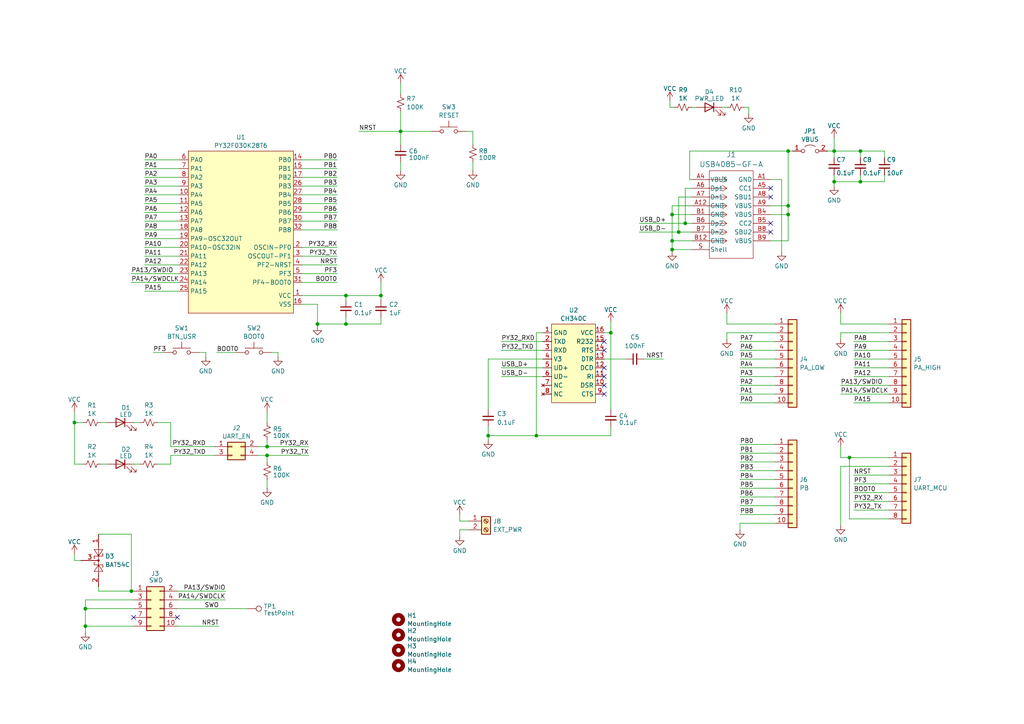
<source format=kicad_sch>
(kicad_sch (version 20230121) (generator eeschema)
  (paper "A4")
  (lib_symbols
    (symbol "Connector:Screw_Terminal_01x02" (pin_names (offset 1.016) hide)
      (property "Reference" "J" (at 0 2.54 0))
      (property "Value" "Screw_Terminal_01x02" (at 0 -5.08 0))
      (symbol "Screw_Terminal_01x02_1_1"
        (pin passive line (at -5.08 0 0) (length 3.81) (name "Pin_1") (number "1"))
        (pin passive line (at -5.08 -2.54 0) (length 3.81) (name "Pin_2") (number "2"))
      )
    )
    (symbol "Connector:TestPoint" (pin_numbers hide) (pin_names (offset 0.762) hide)
      (property "Reference" "TP" (at 0 6.858 0))
      (property "Value" "TestPoint" (at 0 5.08 0))
      (symbol "TestPoint_1_1"
        (pin passive line (at 0 0 90) (length 2.54) (name "1") (number "1"))
      )
    )
    (symbol "Connector_Generic:Conn_01x08" (pin_names (offset 1.016) hide)
      (property "Reference" "J" (at 0 10.16 0))
      (property "Value" "Conn_01x08" (at 0 -12.7 0))
      (symbol "Conn_01x08_1_1"
        (pin passive line (at -5.08 7.62 0) (length 3.81) (name "Pin_1") (number "1"))
        (pin passive line (at -5.08 5.08 0) (length 3.81) (name "Pin_2") (number "2"))
        (pin passive line (at -5.08 2.54 0) (length 3.81) (name "Pin_3") (number "3"))
        (pin passive line (at -5.08 0 0) (length 3.81) (name "Pin_4") (number "4"))
        (pin passive line (at -5.08 -2.54 0) (length 3.81) (name "Pin_5") (number "5"))
        (pin passive line (at -5.08 -5.08 0) (length 3.81) (name "Pin_6") (number "6"))
        (pin passive line (at -5.08 -7.62 0) (length 3.81) (name "Pin_7") (number "7"))
        (pin passive line (at -5.08 -10.16 0) (length 3.81) (name "Pin_8") (number "8"))
      )
    )
    (symbol "Connector_Generic:Conn_01x10" (pin_names (offset 1.016) hide)
      (property "Reference" "J" (at 0 12.7 0))
      (property "Value" "Conn_01x10" (at 0 -15.24 0))
      (symbol "Conn_01x10_1_1"
        (pin passive line (at -5.08 10.16 0) (length 3.81) (name "Pin_1") (number "1"))
        (pin passive line (at -5.08 -12.7 0) (length 3.81) (name "Pin_10") (number "10"))
        (pin passive line (at -5.08 7.62 0) (length 3.81) (name "Pin_2") (number "2"))
        (pin passive line (at -5.08 5.08 0) (length 3.81) (name "Pin_3") (number "3"))
        (pin passive line (at -5.08 2.54 0) (length 3.81) (name "Pin_4") (number "4"))
        (pin passive line (at -5.08 0 0) (length 3.81) (name "Pin_5") (number "5"))
        (pin passive line (at -5.08 -2.54 0) (length 3.81) (name "Pin_6") (number "6"))
        (pin passive line (at -5.08 -5.08 0) (length 3.81) (name "Pin_7") (number "7"))
        (pin passive line (at -5.08 -7.62 0) (length 3.81) (name "Pin_8") (number "8"))
        (pin passive line (at -5.08 -10.16 0) (length 3.81) (name "Pin_9") (number "9"))
      )
    )
    (symbol "Connector_Generic:Conn_02x02_Odd_Even" (pin_names (offset 1.016) hide)
      (property "Reference" "J" (at 1.27 2.54 0))
      (property "Value" "Conn_02x02_Odd_Even" (at 1.27 -5.08 0))
      (symbol "Conn_02x02_Odd_Even_1_1"
        (pin passive line (at -5.08 0 0) (length 3.81) (name "Pin_1") (number "1"))
        (pin passive line (at 7.62 0 180) (length 3.81) (name "Pin_2") (number "2"))
        (pin passive line (at -5.08 -2.54 0) (length 3.81) (name "Pin_3") (number "3"))
        (pin passive line (at 7.62 -2.54 180) (length 3.81) (name "Pin_4") (number "4"))
      )
    )
    (symbol "Connector_Generic:Conn_02x05_Odd_Even" (pin_names (offset 1.016) hide)
      (property "Reference" "J" (at 1.27 7.62 0))
      (property "Value" "Conn_02x05_Odd_Even" (at 1.27 -7.62 0))
      (symbol "Conn_02x05_Odd_Even_1_1"
        (pin passive line (at -5.08 5.08 0) (length 3.81) (name "Pin_1") (number "1"))
        (pin passive line (at 7.62 -5.08 180) (length 3.81) (name "Pin_10") (number "10"))
        (pin passive line (at 7.62 5.08 180) (length 3.81) (name "Pin_2") (number "2"))
        (pin passive line (at -5.08 2.54 0) (length 3.81) (name "Pin_3") (number "3"))
        (pin passive line (at 7.62 2.54 180) (length 3.81) (name "Pin_4") (number "4"))
        (pin passive line (at -5.08 0 0) (length 3.81) (name "Pin_5") (number "5"))
        (pin passive line (at 7.62 0 180) (length 3.81) (name "Pin_6") (number "6"))
        (pin passive line (at -5.08 -2.54 0) (length 3.81) (name "Pin_7") (number "7"))
        (pin passive line (at 7.62 -2.54 180) (length 3.81) (name "Pin_8") (number "8"))
        (pin passive line (at -5.08 -5.08 0) (length 3.81) (name "Pin_9") (number "9"))
      )
    )
    (symbol "Device:C_Small" (pin_numbers hide) (pin_names (offset 0.254) hide)
      (property "Reference" "C" (at 0.254 1.778 0))
      (property "Value" "C_Small" (at 0.254 -2.032 0))
      (symbol "C_Small_1_1"
        (pin passive line (at 0 2.54 270) (length 2.032) (name "~") (number "1"))
        (pin passive line (at 0 -2.54 90) (length 2.032) (name "~") (number "2"))
      )
    )
    (symbol "Device:LED" (pin_numbers hide) (pin_names (offset 1.016) hide)
      (property "Reference" "D" (at 0 2.54 0))
      (property "Value" "LED" (at 0 -2.54 0))
      (symbol "LED_1_1"
        (pin passive line (at -3.81 0 0) (length 2.54) (name "K") (number "1"))
        (pin passive line (at 3.81 0 180) (length 2.54) (name "A") (number "2"))
      )
    )
    (symbol "Device:R_Small_US" (pin_numbers hide) (pin_names (offset 0.254) hide)
      (property "Reference" "R" (at 0.762 0.508 0))
      (property "Value" "R_Small_US" (at 0.762 -1.016 0))
      (symbol "R_Small_US_1_1"
        (pin passive line (at 0 2.54 270) (length 1.016) (name "~") (number "1"))
        (pin passive line (at 0 -2.54 90) (length 1.016) (name "~") (number "2"))
      )
    )
    (symbol "Diode:BAT54C" (pin_names (offset 1.016))
      (property "Reference" "D" (at 0.635 -3.81 0))
      (property "Value" "BAT54C" (at -6.35 3.175 0))
      (symbol "BAT54C_1_1"
        (pin passive line (at -7.62 0 0) (length 3.81) (name "~") (number "1"))
        (pin passive line (at 7.62 0 180) (length 3.81) (name "~") (number "2"))
        (pin passive line (at 0 -5.08 90) (length 5.08) (name "~") (number "3"))
      )
    )
    (symbol "Jumper:Jumper_2_Open" (pin_names (offset 0) hide)
      (property "Reference" "JP" (at 0 2.794 0))
      (property "Value" "Jumper_2_Open" (at 0 -2.286 0))
      (symbol "Jumper_2_Open_1_1"
        (pin passive line (at -5.08 0 0) (length 2.54) (name "A") (number "1"))
        (pin passive line (at 5.08 0 180) (length 2.54) (name "B") (number "2"))
      )
    )
    (symbol "Mechanical:MountingHole" (pin_names (offset 1.016))
      (property "Reference" "H" (at 0 5.08 0))
      (property "Value" "MountingHole" (at 0 3.175 0))
    )
    (symbol "PY32F030:PY32F030K28T6"
      (property "Reference" "U" (at 0 2.54 0))
      (property "Value" "PY32F030K28T6" (at 0 0 0))
      (symbol "PY32F030K28T6_0_0"
        (pin power_in line (at 17.78 -43.18 180) (length 2.54) (name "VCC") (number "1"))
        (pin bidirectional line (at -17.78 -13.97 0) (length 2.54) (name "PA4") (number "10"))
        (pin bidirectional line (at -17.78 -16.51 0) (length 2.54) (name "PA5") (number "11"))
        (pin bidirectional line (at -17.78 -19.05 0) (length 2.54) (name "PA6") (number "12"))
        (pin bidirectional line (at -17.78 -21.59 0) (length 2.54) (name "PA7") (number "13"))
        (pin bidirectional line (at 17.78 -3.81 180) (length 2.54) (name "PB0") (number "14"))
        (pin bidirectional line (at 17.78 -6.35 180) (length 2.54) (name "PB1") (number "15"))
        (pin power_in line (at 17.78 -45.72 180) (length 2.54) (name "VSS") (number "16"))
        (pin bidirectional line (at 17.78 -8.89 180) (length 2.54) (name "PB2") (number "17"))
        (pin bidirectional line (at -17.78 -24.13 0) (length 2.54) (name "PA8") (number "18"))
        (pin bidirectional line (at -17.78 -26.67 0) (length 2.54) (name "PA9-OSC32OUT") (number "19"))
        (pin bidirectional line (at 17.78 -29.21 180) (length 2.54) (name "OSCIN-PF0") (number "2"))
        (pin bidirectional line (at -17.78 -29.21 0) (length 2.54) (name "PA10-OSC32IN") (number "20"))
        (pin bidirectional line (at -17.78 -31.75 0) (length 2.54) (name "PA11") (number "21"))
        (pin bidirectional line (at -17.78 -34.29 0) (length 2.54) (name "PA12") (number "22"))
        (pin bidirectional line (at -17.78 -36.83 0) (length 2.54) (name "PA13") (number "23"))
        (pin bidirectional line (at -17.78 -39.37 0) (length 2.54) (name "PA14") (number "24"))
        (pin bidirectional line (at -17.78 -41.91 0) (length 2.54) (name "PA15") (number "25"))
        (pin bidirectional line (at 17.78 -11.43 180) (length 2.54) (name "PB3") (number "26"))
        (pin bidirectional line (at 17.78 -13.97 180) (length 2.54) (name "PB4") (number "27"))
        (pin bidirectional line (at 17.78 -16.51 180) (length 2.54) (name "PB5") (number "28"))
        (pin bidirectional line (at 17.78 -19.05 180) (length 2.54) (name "PB6") (number "29"))
        (pin bidirectional line (at 17.78 -31.75 180) (length 2.54) (name "OSCOUT-PF1") (number "3"))
        (pin bidirectional line (at 17.78 -21.59 180) (length 2.54) (name "PB7") (number "30"))
        (pin bidirectional line (at 17.78 -39.37 180) (length 2.54) (name "PF4-BOOT0") (number "31"))
        (pin bidirectional line (at 17.78 -24.13 180) (length 2.54) (name "PB8") (number "32"))
        (pin bidirectional line (at 17.78 -34.29 180) (length 2.54) (name "PF2-NRST") (number "4"))
        (pin bidirectional line (at 17.78 -36.83 180) (length 2.54) (name "PF3") (number "5"))
        (pin bidirectional line (at -17.78 -3.81 0) (length 2.54) (name "PA0") (number "6"))
        (pin bidirectional line (at -17.78 -6.35 0) (length 2.54) (name "PA1") (number "7"))
        (pin bidirectional line (at -17.78 -8.89 0) (length 2.54) (name "PA2") (number "8"))
        (pin bidirectional line (at -17.78 -11.43 0) (length 2.54) (name "PA3") (number "9"))
      )
    )
    (symbol "PuyaPuyo:CH340C"
      (property "Reference" "U" (at 0 2.54 0))
      (property "Value" "CH340C" (at 0 0 0))
      (symbol "CH340C_0_0"
        (pin power_in line (at -8.89 -3.81 0) (length 2.54) (name "GND") (number "1"))
        (pin bidirectional line (at 8.89 -19.05 180) (length 2.54) (name "DSR") (number "10"))
        (pin bidirectional line (at 8.89 -16.51 180) (length 2.54) (name "RI") (number "11"))
        (pin bidirectional line (at 8.89 -13.97 180) (length 2.54) (name "DCD") (number "12"))
        (pin bidirectional line (at 8.89 -11.43 180) (length 2.54) (name "DTR") (number "13"))
        (pin bidirectional line (at 8.89 -8.89 180) (length 2.54) (name "RTS") (number "14"))
        (pin bidirectional line (at 8.89 -6.35 180) (length 2.54) (name "R232") (number "15"))
        (pin power_in line (at 8.89 -3.81 180) (length 2.54) (name "VCC") (number "16"))
        (pin input line (at -8.89 -6.35 0) (length 2.54) (name "TXD") (number "2"))
        (pin input line (at -8.89 -8.89 0) (length 2.54) (name "RXD") (number "3"))
        (pin power_in line (at -8.89 -11.43 0) (length 2.54) (name "V3") (number "4"))
        (pin bidirectional line (at -8.89 -13.97 0) (length 2.54) (name "UD+") (number "5"))
        (pin bidirectional line (at -8.89 -16.51 0) (length 2.54) (name "UD-") (number "6"))
        (pin no_connect line (at -8.89 -19.05 0) (length 2.54) (name "NC") (number "7"))
        (pin no_connect line (at -8.89 -21.59 0) (length 2.54) (name "NC") (number "8"))
        (pin bidirectional line (at 8.89 -21.59 180) (length 2.54) (name "CTS") (number "9"))
      )
    )
    (symbol "PuyaPuyo:USB4085-GF-A" (pin_names (offset 0.254))
      (property "Reference" "J" (at 8.89 6.35 0))
      (property "Value" "USB4085-GF-A" (at 8.89 3.81 0))
      (symbol "USB4085-GF-A_1_1"
        (pin unspecified line (at 22.86 0 180) (length 5.08) (name "GND") (number "A1"))
        (pin unspecified line (at 0 -7.62 0) (length 5.08) (name "GND") (number "A12"))
        (pin unspecified line (at 0 0 0) (length 5.08) (name "VBUS") (number "A4"))
        (pin unspecified line (at 22.86 -2.54 180) (length 5.08) (name "CC1") (number "A5"))
        (pin unspecified line (at 0 -2.54 0) (length 5.08) (name "Dp1") (number "A6"))
        (pin unspecified line (at 0 -5.08 0) (length 5.08) (name "Dn1") (number "A7"))
        (pin unspecified line (at 22.86 -5.08 180) (length 5.08) (name "SBU1") (number "A8"))
        (pin unspecified line (at 22.86 -7.62 180) (length 5.08) (name "VBUS") (number "A9"))
        (pin unspecified line (at 0 -10.16 0) (length 5.08) (name "GND") (number "B1"))
        (pin unspecified line (at 0 -17.78 0) (length 5.08) (name "GND") (number "B12"))
        (pin unspecified line (at 22.86 -10.16 180) (length 5.08) (name "VBUS") (number "B4"))
        (pin unspecified line (at 22.86 -12.7 180) (length 5.08) (name "CC2") (number "B5"))
        (pin unspecified line (at 0 -12.7 0) (length 5.08) (name "Dp2") (number "B6"))
        (pin unspecified line (at 0 -15.24 0) (length 5.08) (name "Dn2") (number "B7"))
        (pin unspecified line (at 22.86 -15.24 180) (length 5.08) (name "SBU2") (number "B8"))
        (pin unspecified line (at 22.86 -17.78 180) (length 5.08) (name "VBUS") (number "B9"))
        (pin unspecified line (at 0 -20.32 0) (length 5.08) (name "Shell") (number "S"))
      )
    )
    (symbol "Switch:SW_Push" (pin_numbers hide) (pin_names (offset 1.016) hide)
      (property "Reference" "SW" (at 1.27 2.54 0))
      (property "Value" "SW_Push" (at 0 -1.524 0))
      (symbol "SW_Push_0_1"
        (pin passive line (at -5.08 0 0) (length 2.54) (name "1") (number "1"))
        (pin passive line (at 5.08 0 180) (length 2.54) (name "2") (number "2"))
      )
    )
    (symbol "power:GND" (power) (pin_names (offset 0))
      (property "Value" "GND" (at 0 -3.81 0))
      (symbol "GND_1_1"
        (pin power_in line (at 0 0 270) (length 0) hide (name "GND") (number "1"))
      )
    )
    (symbol "power:VCC" (power) (pin_names (offset 0))
      (property "Value" "VCC" (at 0 3.81 0))
      (symbol "VCC_1_1"
        (pin power_in line (at 0 0 90) (length 0) hide (name "VCC") (number "1"))
      )
    )
  )
  (junction (at 155.575 126.365))
  (junction (at 249.555 52.705))
  (junction (at 249.555 43.815))
  (junction (at 241.935 43.815))
  (junction (at 110.49 85.725))
  (junction (at 198.755 64.77))
  (junction (at 194.945 69.85))
  (junction (at 77.47 129.54))
  (junction (at 241.935 52.705))
  (junction (at 38.1 171.45))
  (junction (at 228.6 62.23))
  (junction (at 24.765 181.61))
  (junction (at 194.945 62.23))
  (junction (at 141.605 126.365))
  (junction (at 116.205 38.1))
  (junction (at 77.47 132.08))
  (junction (at 100.33 93.98))
  (junction (at 196.85 67.31))
  (junction (at 228.6 59.69))
  (junction (at 246.38 132.715))
  (junction (at 100.33 85.725))
  (junction (at 228.6 43.815))
  (junction (at 177.165 96.52))
  (junction (at 21.59 122.555))
  (junction (at 194.945 72.39))
  (junction (at 92.075 93.98))
  (junction (at 24.765 176.53))
  (no_connect (at 175.26 111.76))
  (no_connect (at 223.52 67.31))
  (no_connect (at 175.26 114.3))
  (no_connect (at 175.26 101.6))
  (no_connect (at 175.26 106.68))
  (no_connect (at 51.435 179.07))
  (no_connect (at 175.26 99.06))
  (no_connect (at 175.26 109.22))
  (no_connect (at 223.52 64.77))
  (no_connect (at 223.52 54.61))
  (no_connect (at 38.735 179.07))
  (no_connect (at 223.52 57.15))
  (wire (pts (xy 62.865 102.235) (xy 68.58 102.235)))
  (wire (pts (xy 224.79 96.52) (xy 210.82 96.52)))
  (wire (pts (xy 51.435 176.53) (xy 71.755 176.53)))
  (wire (pts (xy 116.205 38.1) (xy 116.205 41.91)))
  (wire (pts (xy 21.59 119.38) (xy 21.59 122.555)))
  (wire (pts (xy 224.79 146.685) (xy 214.63 146.685)))
  (wire (pts (xy 141.605 104.14) (xy 141.605 118.745)))
  (wire (pts (xy 52.07 56.515) (xy 41.91 56.515)))
  (wire (pts (xy 110.49 92.075) (xy 110.49 93.98)))
  (wire (pts (xy 87.63 61.595) (xy 97.79 61.595)))
  (wire (pts (xy 29.21 122.555) (xy 31.115 122.555)))
  (wire (pts (xy 224.79 133.985) (xy 214.63 133.985)))
  (wire (pts (xy 195.58 31.115) (xy 194.31 31.115)))
  (wire (pts (xy 257.81 132.715) (xy 246.38 132.715)))
  (wire (pts (xy 228.6 62.23) (xy 228.6 69.85)))
  (wire (pts (xy 223.52 59.69) (xy 228.6 59.69)))
  (wire (pts (xy 249.555 43.815) (xy 256.54 43.815)))
  (wire (pts (xy 141.605 104.14) (xy 157.48 104.14)))
  (wire (pts (xy 257.81 93.98) (xy 243.84 93.98)))
  (wire (pts (xy 224.79 131.445) (xy 214.63 131.445)))
  (wire (pts (xy 198.755 54.61) (xy 198.755 64.77)))
  (wire (pts (xy 110.49 81.915) (xy 110.49 85.725)))
  (wire (pts (xy 52.07 84.455) (xy 41.91 84.455)))
  (wire (pts (xy 200.66 31.115) (xy 201.93 31.115)))
  (wire (pts (xy 133.35 151.13) (xy 133.35 149.225)))
  (wire (pts (xy 87.63 85.725) (xy 100.33 85.725)))
  (wire (pts (xy 49.53 129.54) (xy 49.53 122.555)))
  (wire (pts (xy 49.53 122.555) (xy 45.72 122.555)))
  (wire (pts (xy 257.81 96.52) (xy 243.84 96.52)))
  (wire (pts (xy 155.575 96.52) (xy 155.575 126.365)))
  (wire (pts (xy 24.765 173.99) (xy 24.765 176.53)))
  (wire (pts (xy 116.205 24.13) (xy 116.205 27.305)))
  (wire (pts (xy 21.59 134.62) (xy 21.59 122.555)))
  (wire (pts (xy 78.74 102.235) (xy 80.645 102.235)))
  (wire (pts (xy 226.695 52.07) (xy 226.695 73.025)))
  (wire (pts (xy 185.42 64.77) (xy 198.755 64.77)))
  (wire (pts (xy 224.79 144.145) (xy 214.63 144.145)))
  (wire (pts (xy 194.945 69.85) (xy 194.945 72.39)))
  (wire (pts (xy 200.66 52.07) (xy 200.025 52.07)))
  (wire (pts (xy 224.79 139.065) (xy 214.63 139.065)))
  (wire (pts (xy 224.79 93.98) (xy 210.82 93.98)))
  (wire (pts (xy 241.935 43.815) (xy 241.935 45.72)))
  (wire (pts (xy 145.415 109.22) (xy 157.48 109.22)))
  (wire (pts (xy 241.935 40.005) (xy 241.935 43.815)))
  (wire (pts (xy 24.765 181.61) (xy 38.735 181.61)))
  (wire (pts (xy 29.21 134.62) (xy 31.115 134.62)))
  (wire (pts (xy 24.13 134.62) (xy 21.59 134.62)))
  (wire (pts (xy 200.66 59.69) (xy 194.945 59.69)))
  (wire (pts (xy 247.65 142.875) (xy 257.81 142.875)))
  (wire (pts (xy 243.84 114.3) (xy 257.81 114.3)))
  (wire (pts (xy 28.575 170.18) (xy 28.575 171.45)))
  (wire (pts (xy 100.33 85.725) (xy 100.33 86.995)))
  (wire (pts (xy 135.255 38.1) (xy 137.16 38.1)))
  (wire (pts (xy 200.66 54.61) (xy 198.755 54.61)))
  (wire (pts (xy 141.605 123.825) (xy 141.605 126.365)))
  (wire (pts (xy 229.87 43.815) (xy 228.6 43.815)))
  (wire (pts (xy 257.81 140.335) (xy 247.65 140.335)))
  (wire (pts (xy 87.63 64.135) (xy 97.79 64.135)))
  (wire (pts (xy 135.89 151.13) (xy 133.35 151.13)))
  (wire (pts (xy 104.14 38.1) (xy 116.205 38.1)))
  (wire (pts (xy 87.63 88.265) (xy 92.075 88.265)))
  (wire (pts (xy 224.79 101.6) (xy 214.63 101.6)))
  (wire (pts (xy 200.025 43.815) (xy 200.025 52.07)))
  (wire (pts (xy 246.38 132.715) (xy 243.84 132.715)))
  (wire (pts (xy 77.47 132.08) (xy 89.535 132.08)))
  (wire (pts (xy 243.84 135.255) (xy 243.84 152.4)))
  (wire (pts (xy 137.16 46.99) (xy 137.16 49.53)))
  (wire (pts (xy 100.33 85.725) (xy 110.49 85.725)))
  (wire (pts (xy 52.07 48.895) (xy 41.91 48.895)))
  (wire (pts (xy 87.63 74.295) (xy 97.79 74.295)))
  (wire (pts (xy 228.6 43.815) (xy 200.025 43.815)))
  (wire (pts (xy 257.81 116.84) (xy 247.65 116.84)))
  (wire (pts (xy 74.93 132.08) (xy 77.47 132.08)))
  (wire (pts (xy 57.785 102.235) (xy 59.69 102.235)))
  (wire (pts (xy 257.81 101.6) (xy 247.65 101.6)))
  (wire (pts (xy 249.555 52.705) (xy 241.935 52.705)))
  (wire (pts (xy 52.07 74.295) (xy 41.91 74.295)))
  (wire (pts (xy 194.945 62.23) (xy 194.945 69.85)))
  (wire (pts (xy 24.765 181.61) (xy 24.765 183.515)))
  (wire (pts (xy 52.07 53.975) (xy 41.91 53.975)))
  (wire (pts (xy 52.07 66.675) (xy 41.91 66.675)))
  (wire (pts (xy 100.33 93.98) (xy 92.075 93.98)))
  (wire (pts (xy 141.605 126.365) (xy 155.575 126.365)))
  (wire (pts (xy 224.79 99.06) (xy 214.63 99.06)))
  (wire (pts (xy 256.54 50.8) (xy 256.54 52.705)))
  (wire (pts (xy 224.79 109.22) (xy 214.63 109.22)))
  (wire (pts (xy 87.63 59.055) (xy 97.79 59.055)))
  (wire (pts (xy 116.205 32.385) (xy 116.205 38.1)))
  (wire (pts (xy 194.31 31.115) (xy 194.31 29.21)))
  (wire (pts (xy 177.165 123.825) (xy 177.165 126.365)))
  (wire (pts (xy 77.47 127.635) (xy 77.47 129.54)))
  (wire (pts (xy 49.53 129.54) (xy 62.23 129.54)))
  (wire (pts (xy 209.55 31.115) (xy 210.82 31.115)))
  (wire (pts (xy 228.6 62.23) (xy 228.6 59.69)))
  (wire (pts (xy 186.69 104.14) (xy 192.405 104.14)))
  (wire (pts (xy 38.1 171.45) (xy 38.735 171.45)))
  (wire (pts (xy 224.79 106.68) (xy 214.63 106.68)))
  (wire (pts (xy 194.945 72.39) (xy 194.945 73.025)))
  (wire (pts (xy 52.07 64.135) (xy 41.91 64.135)))
  (wire (pts (xy 137.16 38.1) (xy 137.16 41.91)))
  (wire (pts (xy 145.415 106.68) (xy 157.48 106.68)))
  (wire (pts (xy 200.66 57.15) (xy 196.85 57.15)))
  (wire (pts (xy 175.26 96.52) (xy 177.165 96.52)))
  (wire (pts (xy 224.79 151.765) (xy 214.63 151.765)))
  (wire (pts (xy 133.35 153.67) (xy 133.35 155.575)))
  (wire (pts (xy 38.1 81.915) (xy 52.07 81.915)))
  (wire (pts (xy 243.84 111.76) (xy 257.81 111.76)))
  (wire (pts (xy 257.81 137.795) (xy 247.65 137.795)))
  (wire (pts (xy 157.48 96.52) (xy 155.575 96.52)))
  (wire (pts (xy 194.945 62.23) (xy 200.66 62.23)))
  (wire (pts (xy 217.17 31.115) (xy 217.17 33.02)))
  (wire (pts (xy 210.82 96.52) (xy 210.82 98.425)))
  (wire (pts (xy 210.82 93.98) (xy 210.82 90.805)))
  (wire (pts (xy 257.81 99.06) (xy 247.65 99.06)))
  (wire (pts (xy 257.81 109.22) (xy 247.65 109.22)))
  (wire (pts (xy 177.165 93.345) (xy 177.165 96.52)))
  (wire (pts (xy 63.5 181.61) (xy 51.435 181.61)))
  (wire (pts (xy 87.63 81.915) (xy 97.79 81.915)))
  (wire (pts (xy 224.79 136.525) (xy 214.63 136.525)))
  (wire (pts (xy 28.575 171.45) (xy 38.1 171.45)))
  (wire (pts (xy 87.63 53.975) (xy 97.79 53.975)))
  (wire (pts (xy 257.81 150.495) (xy 246.38 150.495)))
  (wire (pts (xy 74.93 129.54) (xy 77.47 129.54)))
  (wire (pts (xy 224.79 128.905) (xy 214.63 128.905)))
  (wire (pts (xy 38.1 79.375) (xy 52.07 79.375)))
  (wire (pts (xy 110.49 93.98) (xy 100.33 93.98)))
  (wire (pts (xy 77.47 139.065) (xy 77.47 141.605)))
  (wire (pts (xy 87.63 79.375) (xy 97.79 79.375)))
  (wire (pts (xy 38.735 173.99) (xy 24.765 173.99)))
  (wire (pts (xy 249.555 50.8) (xy 249.555 52.705)))
  (wire (pts (xy 77.47 133.985) (xy 77.47 132.08)))
  (wire (pts (xy 110.49 85.725) (xy 110.49 86.995)))
  (wire (pts (xy 77.47 129.54) (xy 89.535 129.54)))
  (wire (pts (xy 52.07 46.355) (xy 41.91 46.355)))
  (wire (pts (xy 223.52 62.23) (xy 228.6 62.23)))
  (wire (pts (xy 224.79 111.76) (xy 214.63 111.76)))
  (wire (pts (xy 24.765 176.53) (xy 38.735 176.53)))
  (wire (pts (xy 24.765 176.53) (xy 24.765 181.61)))
  (wire (pts (xy 52.07 69.215) (xy 41.91 69.215)))
  (wire (pts (xy 243.84 96.52) (xy 243.84 98.425)))
  (wire (pts (xy 52.07 76.835) (xy 41.91 76.835)))
  (wire (pts (xy 243.84 132.715) (xy 243.84 129.54)))
  (wire (pts (xy 145.415 99.06) (xy 157.48 99.06)))
  (wire (pts (xy 224.79 114.3) (xy 214.63 114.3)))
  (wire (pts (xy 215.9 31.115) (xy 217.17 31.115)))
  (wire (pts (xy 52.07 61.595) (xy 41.91 61.595)))
  (wire (pts (xy 116.205 38.1) (xy 125.095 38.1)))
  (wire (pts (xy 38.735 122.555) (xy 40.64 122.555)))
  (wire (pts (xy 194.945 69.85) (xy 200.66 69.85)))
  (wire (pts (xy 49.53 132.08) (xy 62.23 132.08)))
  (wire (pts (xy 246.38 150.495) (xy 246.38 132.715)))
  (wire (pts (xy 198.755 64.77) (xy 200.66 64.77)))
  (wire (pts (xy 240.03 43.815) (xy 241.935 43.815)))
  (wire (pts (xy 87.63 66.675) (xy 97.79 66.675)))
  (wire (pts (xy 52.07 51.435) (xy 41.91 51.435)))
  (wire (pts (xy 200.66 72.39) (xy 194.945 72.39)))
  (wire (pts (xy 87.63 51.435) (xy 97.79 51.435)))
  (wire (pts (xy 177.165 96.52) (xy 177.165 118.745)))
  (wire (pts (xy 256.54 45.72) (xy 256.54 43.815)))
  (wire (pts (xy 87.63 46.355) (xy 97.79 46.355)))
  (wire (pts (xy 224.79 104.14) (xy 214.63 104.14)))
  (wire (pts (xy 44.45 102.235) (xy 47.625 102.235)))
  (wire (pts (xy 241.935 52.705) (xy 241.935 53.975)))
  (wire (pts (xy 214.63 151.765) (xy 214.63 153.67)))
  (wire (pts (xy 224.79 141.605) (xy 214.63 141.605)))
  (wire (pts (xy 155.575 126.365) (xy 177.165 126.365)))
  (wire (pts (xy 257.81 104.14) (xy 247.65 104.14)))
  (wire (pts (xy 224.79 116.84) (xy 214.63 116.84)))
  (wire (pts (xy 21.59 122.555) (xy 24.13 122.555)))
  (wire (pts (xy 247.65 147.955) (xy 257.81 147.955)))
  (wire (pts (xy 223.52 69.85) (xy 228.6 69.85)))
  (wire (pts (xy 257.81 106.68) (xy 247.65 106.68)))
  (wire (pts (xy 51.435 173.99) (xy 65.405 173.99)))
  (wire (pts (xy 23.495 162.56) (xy 21.59 162.56)))
  (wire (pts (xy 247.65 145.415) (xy 257.81 145.415)))
  (wire (pts (xy 77.47 119.38) (xy 77.47 122.555)))
  (wire (pts (xy 196.85 57.15) (xy 196.85 67.31)))
  (wire (pts (xy 21.59 162.56) (xy 21.59 160.655)))
  (wire (pts (xy 256.54 52.705) (xy 249.555 52.705)))
  (wire (pts (xy 241.935 43.815) (xy 249.555 43.815)))
  (wire (pts (xy 51.435 171.45) (xy 65.405 171.45)))
  (wire (pts (xy 87.63 56.515) (xy 97.79 56.515)))
  (wire (pts (xy 194.945 59.69) (xy 194.945 62.23)))
  (wire (pts (xy 80.645 102.235) (xy 80.645 103.505)))
  (wire (pts (xy 175.26 104.14) (xy 181.61 104.14)))
  (wire (pts (xy 59.69 102.235) (xy 59.69 103.505)))
  (wire (pts (xy 38.1 154.94) (xy 38.1 171.45)))
  (wire (pts (xy 52.07 59.055) (xy 41.91 59.055)))
  (wire (pts (xy 141.605 126.365) (xy 141.605 127.635)))
  (wire (pts (xy 116.205 46.99) (xy 116.205 49.53)))
  (wire (pts (xy 249.555 43.815) (xy 249.555 45.72)))
  (wire (pts (xy 87.63 76.835) (xy 97.79 76.835)))
  (wire (pts (xy 243.84 93.98) (xy 243.84 90.805)))
  (wire (pts (xy 49.53 132.08) (xy 49.53 134.62)))
  (wire (pts (xy 100.33 92.075) (xy 100.33 93.98)))
  (wire (pts (xy 224.79 149.225) (xy 214.63 149.225)))
  (wire (pts (xy 52.07 71.755) (xy 41.91 71.755)))
  (wire (pts (xy 228.6 43.815) (xy 228.6 59.69)))
  (wire (pts (xy 92.075 88.265) (xy 92.075 93.98)))
  (wire (pts (xy 196.85 67.31) (xy 200.66 67.31)))
  (wire (pts (xy 49.53 134.62) (xy 45.72 134.62)))
  (wire (pts (xy 28.575 154.94) (xy 38.1 154.94)))
  (wire (pts (xy 185.42 67.31) (xy 196.85 67.31)))
  (wire (pts (xy 87.63 71.755) (xy 97.79 71.755)))
  (wire (pts (xy 223.52 52.07) (xy 226.695 52.07)))
  (wire (pts (xy 38.735 134.62) (xy 40.64 134.62)))
  (wire (pts (xy 87.63 48.895) (xy 97.79 48.895)))
  (wire (pts (xy 92.075 93.98) (xy 92.075 94.615)))
  (wire (pts (xy 135.89 153.67) (xy 133.35 153.67)))
  (wire (pts (xy 257.81 135.255) (xy 243.84 135.255)))
  (wire (pts (xy 145.415 101.6) (xy 157.48 101.6)))
  (wire (pts (xy 241.935 50.8) (xy 241.935 52.705)))
  (label "NRST" (at 192.405 104.14 180))
  (label "PA6" (at 41.91 61.595 0))
  (label "PB7" (at 214.63 146.685 0))
  (label "USB_D+" (at 185.42 64.77 0))
  (label "NRST" (at 104.14 38.1 0))
  (label "PA1" (at 41.91 48.895 0))
  (label "PA4" (at 214.63 106.68 0))
  (label "NRST" (at 63.5 181.61 180))
  (label "PA12" (at 247.65 109.22 0))
  (label "PA7" (at 214.63 99.06 0))
  (label "PB3" (at 214.63 136.525 0))
  (label "PA0" (at 214.63 116.84 0))
  (label "PY32_TX" (at 97.79 74.295 180))
  (label "SWO" (at 63.5 176.53 180))
  (label "PA6" (at 214.63 101.6 0))
  (label "PA14{slash}SWDCLK" (at 65.405 173.99 180))
  (label "PA13{slash}SWDIO" (at 38.1 79.375 0))
  (label "PB0" (at 214.63 128.905 0))
  (label "PA15" (at 41.91 84.455 0))
  (label "PA10" (at 247.65 104.14 0))
  (label "PA0" (at 41.91 46.355 0))
  (label "PA5" (at 214.63 104.14 0))
  (label "PA13{slash}SWDIO" (at 243.84 111.76 0))
  (label "PA3" (at 214.63 109.22 0))
  (label "PA9" (at 41.91 69.215 0))
  (label "PF3" (at 247.65 140.335 0))
  (label "USB_D-" (at 185.42 67.31 0))
  (label "PB2" (at 97.79 51.435 180))
  (label "PA8" (at 247.65 99.06 0))
  (label "PA11" (at 41.91 74.295 0))
  (label "PA14{slash}SWDCLK" (at 38.1 81.915 0))
  (label "NRST" (at 97.79 76.835 180))
  (label "PF3" (at 44.45 102.235 0))
  (label "PA12" (at 41.91 76.835 0))
  (label "PB6" (at 214.63 144.145 0))
  (label "PB1" (at 214.63 131.445 0))
  (label "NRST" (at 247.65 137.795 0))
  (label "PA15" (at 247.65 116.84 0))
  (label "PY32_RXD" (at 145.415 99.06 0))
  (label "PB4" (at 214.63 139.065 0))
  (label "PA2" (at 41.91 51.435 0))
  (label "PY32_TX" (at 247.65 147.955 0))
  (label "PB6" (at 97.79 61.595 180))
  (label "PA5" (at 41.91 59.055 0))
  (label "PA2" (at 214.63 111.76 0))
  (label "USB_D+" (at 145.415 106.68 0))
  (label "PA8" (at 41.91 66.675 0))
  (label "PB4" (at 97.79 56.515 180))
  (label "PB8" (at 97.79 66.675 180))
  (label "PA13{slash}SWDIO" (at 65.405 171.45 180))
  (label "BOOT0" (at 62.865 102.235 0))
  (label "PA1" (at 214.63 114.3 0))
  (label "PY32_RX" (at 247.65 145.415 0))
  (label "PY32_TXD" (at 145.415 101.6 0))
  (label "PB7" (at 97.79 64.135 180))
  (label "PB8" (at 214.63 149.225 0))
  (label "BOOT0" (at 97.79 81.915 180))
  (label "PB2" (at 214.63 133.985 0))
  (label "PY32_TXD" (at 59.69 132.08 180))
  (label "PA11" (at 247.65 106.68 0))
  (label "PB5" (at 214.63 141.605 0))
  (label "PA3" (at 41.91 53.975 0))
  (label "USB_D-" (at 145.415 109.22 0))
  (label "PY32_RX" (at 97.79 71.755 180))
  (label "PY32_TX" (at 89.535 132.08 180))
  (label "PA10" (at 41.91 71.755 0))
  (label "PY32_RX" (at 89.535 129.54 180))
  (label "PB3" (at 97.79 53.975 180))
  (label "PA4" (at 41.91 56.515 0))
  (label "PA9" (at 247.65 101.6 0))
  (label "PB0" (at 97.79 46.355 180))
  (label "PB1" (at 97.79 48.895 180))
  (label "PY32_RXD" (at 59.69 129.54 180))
  (label "PA14{slash}SWDCLK" (at 243.84 114.3 0))
  (label "BOOT0" (at 247.65 142.875 0))
  (label "PA7" (at 41.91 64.135 0))
  (label "PF3" (at 97.79 79.375 180))
  (label "PB5" (at 97.79 59.055 180))
  (symbol (lib_id "Device:C_Small") (at 184.15 104.14 90) (unit 1)
    (property "Reference" "C5" (at 184.1563 97.79 90))
    (property "Value" "100nF" (at 184.1563 100.33 90))
    (property "Footprint" "Capacitor_SMD:C_0805_2012Metric" (effects hide))
  )
  (symbol (lib_id "Device:LED") (at 34.925 134.62 0) (mirror y) (unit 1)
    (property "Reference" "D2" (at 36.5125 130.3401 0))
    (property "Value" "LED" (at 36.5125 132.2611 0))
    (property "Footprint" "LED_SMD:LED_0805_2012Metric_Pad1.15x1.40mm_HandSolder" (effects hide))
  )
  (symbol (lib_id "Device:C_Small") (at 177.165 121.285 0) (unit 1)
    (property "Reference" "C4" (at 179.4891 120.6476 0) (effects (justify left)))
    (property "Value" "0.1uF" (at 179.4891 122.5686 0) (effects (justify left)))
    (property "Footprint" "Capacitor_SMD:C_0805_2012Metric" (effects hide))
  )
  (symbol (lib_id "Connector_Generic:Conn_01x08") (at 262.89 140.335 0) (unit 1)
    (property "Reference" "J7" (at 264.922 139.1229 0) (effects (justify left)))
    (property "Value" "UART_MCU" (at 264.922 141.5471 0) (effects (justify left)))
    (property "Footprint" "Connector_PinSocket_2.54mm:PinSocket_1x08_P2.54mm_Vertical" (effects hide))
  )
  (symbol (lib_id "power:GND") (at 24.765 183.515 0) (unit 1)
    (property "Reference" "#PWR013" (effects hide))
    (property "Value" "GND" (at 24.765 187.6505 0))
  )
  (symbol (lib_id "Device:C_Small") (at 241.935 48.26 0) (unit 1)
    (property "Reference" "C7" (at 242.57 46.355 0) (effects (justify left)))
    (property "Value" "0.1uF" (at 242.57 50.165 0) (effects (justify left)))
    (property "Footprint" "Capacitor_SMD:C_0805_2012Metric" (effects hide))
  )
  (symbol (lib_id "Device:C_Small") (at 141.605 121.285 180) (unit 1)
    (property "Reference" "C3" (at 144.145 120.0086 0) (effects (justify right)))
    (property "Value" "0.1uF" (at 144.145 122.5486 0) (effects (justify right)))
    (property "Footprint" "Capacitor_SMD:C_0805_2012Metric" (effects hide))
  )
  (symbol (lib_id "power:GND") (at 59.69 103.505 0) (unit 1)
    (property "Reference" "#PWR02" (effects hide))
    (property "Value" "GND" (at 59.69 107.6381 0))
  )
  (symbol (lib_id "Switch:SW_Push") (at 130.175 38.1 0) (unit 1)
    (property "Reference" "SW3" (at 130.175 31.0347 0))
    (property "Value" "RESET" (at 130.175 33.4589 0))
    (property "Footprint" "Puya:SW4_PTS815 SJM 250 SMTR LFS_CNK" (effects hide))
  )
  (symbol (lib_id "Connector_Generic:Conn_01x10") (at 229.87 139.065 0) (unit 1)
    (property "Reference" "J6" (at 231.902 139.1229 0) (effects (justify left)))
    (property "Value" "PB" (at 231.902 141.5471 0) (effects (justify left)))
    (property "Footprint" "Connector_PinSocket_2.54mm:PinSocket_1x10_P2.54mm_Vertical" (effects hide))
  )
  (symbol (lib_id "power:GND") (at 210.82 98.425 0) (unit 1)
    (property "Reference" "#PWR017" (effects hide))
    (property "Value" "GND" (at 210.82 102.5605 0))
  )
  (symbol (lib_id "power:GND") (at 243.84 98.425 0) (unit 1)
    (property "Reference" "#PWR026" (effects hide))
    (property "Value" "GND" (at 243.84 102.5605 0))
  )
  (symbol (lib_id "power:VCC") (at 21.59 160.655 0) (unit 1)
    (property "Reference" "#PWR012" (effects hide))
    (property "Value" "VCC" (at 21.59 157.1531 0))
  )
  (symbol (lib_id "Device:R_Small_US") (at 26.67 134.62 270) (unit 1)
    (property "Reference" "R2" (at 26.67 129.5867 90))
    (property "Value" "1K" (at 26.67 132.0109 90))
    (property "Footprint" "Resistor_SMD:R_0805_2012Metric" (effects hide))
  )
  (symbol (lib_id "Connector_Generic:Conn_01x10") (at 262.89 104.14 0) (unit 1)
    (property "Reference" "J5" (at 264.922 104.1979 0) (effects (justify left)))
    (property "Value" "PA_HIGH" (at 264.922 106.6221 0) (effects (justify left)))
    (property "Footprint" "Connector_PinSocket_2.54mm:PinSocket_1x10_P2.54mm_Vertical" (effects hide))
  )
  (symbol (lib_id "Device:C_Small") (at 256.54 48.26 0) (unit 1)
    (property "Reference" "C9" (at 257.175 46.355 0) (effects (justify left)))
    (property "Value" "10uF" (at 257.175 50.165 0) (effects (justify left)))
    (property "Footprint" "Capacitor_SMD:C_0805_2012Metric" (effects hide))
  )
  (symbol (lib_id "Connector_Generic:Conn_02x05_Odd_Even") (at 43.815 176.53 0) (unit 1)
    (property "Reference" "J3" (at 43.815 166.37 0) (effects (justify left)))
    (property "Value" "SWD" (at 43.18 168.275 0) (effects (justify left)))
    (property "Footprint" "Connector_PinHeader_2.54mm:PinHeader_2x05_P2.54mm_Vertical" (effects hide))
  )
  (symbol (lib_id "Device:R_Small_US") (at 43.18 122.555 270) (unit 1)
    (property "Reference" "R3" (at 43.18 117.5217 90))
    (property "Value" "1K" (at 43.18 119.9459 90))
    (property "Footprint" "Resistor_SMD:R_0805_2012Metric" (effects hide))
  )
  (symbol (lib_id "power:GND") (at 243.84 152.4 0) (unit 1)
    (property "Reference" "#PWR025" (effects hide))
    (property "Value" "GND" (at 243.84 156.5355 0))
  )
  (symbol (lib_id "power:GND") (at 194.945 73.025 0) (unit 1)
    (property "Reference" "#PWR020" (effects hide))
    (property "Value" "GND" (at 194.945 77.1605 0))
  )
  (symbol (lib_id "power:VCC") (at 21.59 119.38 0) (unit 1)
    (property "Reference" "#PWR04" (effects hide))
    (property "Value" "VCC" (at 21.59 115.8781 0))
  )
  (symbol (lib_id "Device:LED") (at 34.925 122.555 0) (mirror y) (unit 1)
    (property "Reference" "D1" (at 36.5125 118.2751 0))
    (property "Value" "LED" (at 36.5125 120.1961 0))
    (property "Footprint" "LED_SMD:LED_0805_2012Metric_Pad1.15x1.40mm_HandSolder" (effects hide))
  )
  (symbol (lib_id "power:GND") (at 241.935 53.975 0) (unit 1)
    (property "Reference" "#PWR023" (effects hide))
    (property "Value" "GND" (at 241.935 58.1105 0))
  )
  (symbol (lib_id "Mechanical:MountingHole") (at 115.57 179.705 0) (unit 1)
    (property "Reference" "H1" (at 118.11 178.4929 0) (effects (justify left)))
    (property "Value" "MountingHole" (at 118.11 180.9171 0) (effects (justify left)))
    (property "Footprint" "MountingHole:MountingHole_2.2mm_M2" (effects hide))
  )
  (symbol (lib_id "PY32F030:PY32F030K28T6") (at 69.85 42.545 0) (unit 1)
    (property "Reference" "U1" (at 69.85 39.7977 0))
    (property "Value" "PY32F030K28T6" (at 69.85 42.2219 0))
    (property "Footprint" "PY32F030:PY32F030K28T6-LQFP-32_7x7mm_P0.8mm" (effects hide))
  )
  (symbol (lib_id "Device:C_Small") (at 110.49 89.535 0) (unit 1)
    (property "Reference" "C2" (at 112.8141 88.3292 0) (effects (justify left)))
    (property "Value" "1uF" (at 112.8141 90.7534 0) (effects (justify left)))
    (property "Footprint" "Capacitor_SMD:C_0805_2012Metric" (effects hide))
  )
  (symbol (lib_id "power:VCC") (at 177.165 93.345 0) (unit 1)
    (property "Reference" "#PWR08" (effects hide))
    (property "Value" "VCC" (at 177.165 89.8431 0))
  )
  (symbol (lib_id "power:VCC") (at 243.84 129.54 0) (unit 1)
    (property "Reference" "#PWR024" (effects hide))
    (property "Value" "VCC" (at 243.84 126.0381 0))
  )
  (symbol (lib_id "power:VCC") (at 210.82 90.805 0) (unit 1)
    (property "Reference" "#PWR016" (effects hide))
    (property "Value" "VCC" (at 210.82 87.3031 0))
  )
  (symbol (lib_id "PuyaPuyo:USB4085-GF-A") (at 200.66 52.07 0) (unit 1)
    (property "Reference" "J1" (at 212.09 44.8363 0) (effects (font (size 1.524 1.524))))
    (property "Value" "USB4085-GF-A" (at 212.09 47.6691 0) (effects (font (size 1.524 1.524))))
    (property "Footprint" "Puya:CONN16_USB4085-GF-A_GCT" (effects hide))
    (property "Datasheet" "USB4085-GF-A" (effects hide))
  )
  (symbol (lib_id "Connector_Generic:Conn_01x10") (at 229.87 104.14 0) (unit 1)
    (property "Reference" "J4" (at 231.902 104.1979 0) (effects (justify left)))
    (property "Value" "PA_LOW" (at 231.902 106.6221 0) (effects (justify left)))
    (property "Footprint" "Connector_PinSocket_2.54mm:PinSocket_1x10_P2.54mm_Vertical" (effects hide))
  )
  (symbol (lib_id "Diode:BAT54C") (at 28.575 162.56 270) (unit 1)
    (property "Reference" "D3" (at 30.48 161.3479 90) (effects (justify left)))
    (property "Value" "BAT54C" (at 30.48 163.7721 90) (effects (justify left)))
    (property "Footprint" "Package_TO_SOT_SMD:SOT-23" (effects hide))
    (property "Datasheet" "http://www.diodes.com/_files/datasheets/ds11005.pdf" (effects hide))
  )
  (symbol (lib_id "Connector:TestPoint") (at 71.755 176.53 270) (unit 1)
    (property "Reference" "TP1" (at 76.454 175.8863 90) (effects (justify left)))
    (property "Value" "TestPoint" (at 76.454 177.8073 90) (effects (justify left)))
    (property "Footprint" "TestPoint:TestPoint_Pad_D1.5mm" (effects hide))
  )
  (symbol (lib_id "power:GND") (at 217.17 33.02 0) (unit 1)
    (property "Reference" "#PWR015" (effects hide))
    (property "Value" "GND" (at 217.17 37.1555 0))
  )
  (symbol (lib_id "power:VCC") (at 110.49 81.915 0) (unit 1)
    (property "Reference" "#PWR027" (effects hide))
    (property "Value" "VCC" (at 110.49 78.4131 0))
  )
  (symbol (lib_id "power:GND") (at 116.205 49.53 0) (unit 1)
    (property "Reference" "#PWR010" (effects hide))
    (property "Value" "GND" (at 116.205 53.6655 0))
  )
  (symbol (lib_id "Connector_Generic:Conn_02x02_Odd_Even") (at 67.31 129.54 0) (unit 1)
    (property "Reference" "J2" (at 68.58 124.1257 0))
    (property "Value" "UART_EN" (at 68.58 126.5499 0))
    (property "Footprint" "Connector_PinHeader_2.54mm:PinHeader_2x02_P2.54mm_Vertical" (effects hide))
  )
  (symbol (lib_id "Device:C_Small") (at 116.205 44.45 0) (unit 1)
    (property "Reference" "C6" (at 118.5291 43.8126 0) (effects (justify left)))
    (property "Value" "100nF" (at 118.5291 45.7336 0) (effects (justify left)))
    (property "Footprint" "Capacitor_SMD:C_0805_2012Metric" (effects hide))
  )
  (symbol (lib_id "Jumper:Jumper_2_Open") (at 234.95 43.815 0) (unit 1)
    (property "Reference" "JP1" (at 234.95 38.0197 0))
    (property "Value" "VBUS" (at 234.95 40.4439 0))
    (property "Footprint" "Connector_PinHeader_2.54mm:PinHeader_1x02_P2.54mm_Vertical" (effects hide))
  )
  (symbol (lib_id "Switch:SW_Push") (at 73.66 102.235 0) (unit 1)
    (property "Reference" "SW2" (at 73.66 95.1697 0))
    (property "Value" "BOOT0" (at 73.66 97.5939 0))
    (property "Footprint" "Puya:SW4_PTS815 SJM 250 SMTR LFS_CNK" (effects hide))
  )
  (symbol (lib_id "power:GND") (at 141.605 127.635 0) (unit 1)
    (property "Reference" "#PWR07" (effects hide))
    (property "Value" "GND" (at 141.605 131.7705 0))
  )
  (symbol (lib_id "Device:R_Small_US") (at 77.47 125.095 0) (unit 1)
    (property "Reference" "R5" (at 79.121 124.4513 0) (effects (justify left)))
    (property "Value" "100K" (at 79.121 126.3723 0) (effects (justify left)))
    (property "Footprint" "Resistor_SMD:R_0805_2012Metric" (effects hide))
  )
  (symbol (lib_id "PuyaPuyo:CH340C") (at 166.37 92.71 0) (unit 1)
    (property "Reference" "U2" (at 166.37 89.9627 0))
    (property "Value" "CH340C" (at 166.37 92.3869 0))
    (property "Footprint" "Package_SO:SOP-16_3.9x9.9mm_P1.27mm" (effects hide))
  )
  (symbol (lib_id "power:VCC") (at 133.35 149.225 0) (unit 1)
    (property "Reference" "#PWR028" (effects hide))
    (property "Value" "VCC" (at 133.35 145.7231 0))
  )
  (symbol (lib_id "power:GND") (at 214.63 153.67 0) (unit 1)
    (property "Reference" "#PWR018" (effects hide))
    (property "Value" "GND" (at 214.63 157.8055 0))
  )
  (symbol (lib_id "Device:R_Small_US") (at 43.18 134.62 270) (unit 1)
    (property "Reference" "R4" (at 43.18 129.5867 90))
    (property "Value" "1K" (at 43.18 132.0109 90))
    (property "Footprint" "Resistor_SMD:R_0805_2012Metric" (effects hide))
  )
  (symbol (lib_id "Mechanical:MountingHole") (at 115.57 193.04 0) (unit 1)
    (property "Reference" "H4" (at 118.11 191.8279 0) (effects (justify left)))
    (property "Value" "MountingHole" (at 118.11 194.2521 0) (effects (justify left)))
    (property "Footprint" "MountingHole:MountingHole_2.2mm_M2" (effects hide))
  )
  (symbol (lib_id "Device:R_Small_US") (at 213.36 31.115 270) (unit 1)
    (property "Reference" "R10" (at 213.36 26.0817 90))
    (property "Value" "1K" (at 213.36 28.5059 90))
    (property "Footprint" "Resistor_SMD:R_0805_2012Metric" (effects hide))
  )
  (symbol (lib_id "Device:R_Small_US") (at 198.12 31.115 270) (unit 1)
    (property "Reference" "R9" (at 198.12 26.0817 90))
    (property "Value" "1K" (at 198.12 28.5059 90))
    (property "Footprint" "Resistor_SMD:R_0805_2012Metric" (effects hide))
  )
  (symbol (lib_id "power:GND") (at 92.075 94.615 0) (unit 1)
    (property "Reference" "#PWR01" (effects hide))
    (property "Value" "GND" (at 92.075 98.7481 0))
  )
  (symbol (lib_id "power:GND") (at 226.695 73.025 0) (unit 1)
    (property "Reference" "#PWR021" (effects hide))
    (property "Value" "GND" (at 226.695 77.1605 0))
  )
  (symbol (lib_id "power:GND") (at 80.645 103.505 0) (unit 1)
    (property "Reference" "#PWR03" (effects hide))
    (property "Value" "GND" (at 80.645 107.6381 0))
  )
  (symbol (lib_id "Device:C_Small") (at 249.555 48.26 0) (unit 1)
    (property "Reference" "C8" (at 250.19 46.355 0) (effects (justify left)))
    (property "Value" "0.1uF" (at 250.19 50.165 0) (effects (justify left)))
    (property "Footprint" "Capacitor_SMD:C_0805_2012Metric" (effects hide))
  )
  (symbol (lib_id "Mechanical:MountingHole") (at 115.57 184.15 0) (unit 1)
    (property "Reference" "H2" (at 118.11 182.9379 0) (effects (justify left)))
    (property "Value" "MountingHole" (at 118.11 185.3621 0) (effects (justify left)))
    (property "Footprint" "MountingHole:MountingHole_2.2mm_M2" (effects hide))
  )
  (symbol (lib_id "power:GND") (at 137.16 49.53 0) (unit 1)
    (property "Reference" "#PWR011" (effects hide))
    (property "Value" "GND" (at 137.16 53.6655 0))
  )
  (symbol (lib_id "power:VCC") (at 241.935 40.005 0) (unit 1)
    (property "Reference" "#PWR022" (effects hide))
    (property "Value" "VCC" (at 241.935 36.5031 0))
  )
  (symbol (lib_id "Device:R_Small_US") (at 77.47 136.525 0) (unit 1)
    (property "Reference" "R6" (at 79.121 135.8813 0) (effects (justify left)))
    (property "Value" "100K" (at 79.121 137.8023 0) (effects (justify left)))
    (property "Footprint" "Resistor_SMD:R_0805_2012Metric" (effects hide))
  )
  (symbol (lib_id "Switch:SW_Push") (at 52.705 102.235 0) (unit 1)
    (property "Reference" "SW1" (at 52.705 95.1697 0))
    (property "Value" "BTN_USR" (at 52.705 97.5939 0))
    (property "Footprint" "Puya:SW4_PTS815 SJM 250 SMTR LFS_CNK" (effects hide))
  )
  (symbol (lib_id "power:VCC") (at 77.47 119.38 0) (unit 1)
    (property "Reference" "#PWR05" (effects hide))
    (property "Value" "VCC" (at 77.47 115.8781 0))
  )
  (symbol (lib_id "Device:R_Small_US") (at 116.205 29.845 0) (unit 1)
    (property "Reference" "R7" (at 117.856 28.6329 0) (effects (justify left)))
    (property "Value" "100K" (at 117.856 31.0571 0) (effects (justify left)))
    (property "Footprint" "Resistor_SMD:R_0805_2012Metric" (effects hide))
  )
  (symbol (lib_id "Device:R_Small_US") (at 26.67 122.555 270) (unit 1)
    (property "Reference" "R1" (at 26.67 117.5217 90))
    (property "Value" "1K" (at 26.67 119.9459 90))
    (property "Footprint" "Resistor_SMD:R_0805_2012Metric" (effects hide))
  )
  (symbol (lib_id "power:VCC") (at 116.205 24.13 0) (unit 1)
    (property "Reference" "#PWR09" (effects hide))
    (property "Value" "VCC" (at 116.205 20.6281 0))
  )
  (symbol (lib_id "power:VCC") (at 194.31 29.21 0) (unit 1)
    (property "Reference" "#PWR014" (effects hide))
    (property "Value" "VCC" (at 194.31 25.7081 0))
  )
  (symbol (lib_id "Device:C_Small") (at 100.33 89.535 0) (unit 1)
    (property "Reference" "C1" (at 102.6541 88.3292 0) (effects (justify left)))
    (property "Value" "0.1uF" (at 102.6541 90.7534 0) (effects (justify left)))
    (property "Footprint" "Capacitor_SMD:C_0805_2012Metric" (effects hide))
  )
  (symbol (lib_id "power:GND") (at 77.47 141.605 0) (unit 1)
    (property "Reference" "#PWR06" (effects hide))
    (property "Value" "GND" (at 77.47 145.7405 0))
  )
  (symbol (lib_id "Device:R_Small_US") (at 137.16 44.45 0) (unit 1)
    (property "Reference" "R8" (at 138.811 43.8063 0) (effects (justify left)))
    (property "Value" "100R" (at 138.811 45.7273 0) (effects (justify left)))
    (property "Footprint" "Resistor_SMD:R_0805_2012Metric" (effects hide))
  )
  (symbol (lib_id "Device:LED") (at 205.74 31.115 0) (mirror y) (unit 1)
    (property "Reference" "D4" (at 205.74 26.67 0))
    (property "Value" "PWR_LED" (at 205.74 28.591 0))
    (property "Footprint" "LED_SMD:LED_0805_2012Metric_Pad1.15x1.40mm_HandSolder" (effects hide))
  )
  (symbol (lib_id "Connector:Screw_Terminal_01x02") (at 140.97 151.13 0) (unit 1)
    (property "Reference" "J8" (at 143.002 151.1879 0) (effects (justify left)))
    (property "Value" "EXT_PWR" (at 143.002 153.6121 0) (effects (justify left)))
    (property "Footprint" "TerminalBlock_TE-Connectivity:TerminalBlock_TE_282834-2_1x02_P2.54mm_Horizontal" (effects hide))
  )
  (symbol (lib_id "power:VCC") (at 243.84 90.805 0) (unit 1)
    (property "Reference" "#PWR019" (effects hide))
    (property "Value" "VCC" (at 243.84 87.3031 0))
  )
  (symbol (lib_id "power:GND") (at 133.35 155.575 0) (unit 1)
    (property "Reference" "#PWR029" (effects hide))
    (property "Value" "GND" (at 133.35 159.7105 0))
  )
  (symbol (lib_id "Mechanical:MountingHole") (at 115.57 188.595 0) (unit 1)
    (property "Reference" "H3" (at 118.11 187.3829 0) (effects (justify left)))
    (property "Value" "MountingHole" (at 118.11 189.8071 0) (effects (justify left)))
    (property "Footprint" "MountingHole:MountingHole_2.2mm_M2" (effects hide))
  )
)
</source>
